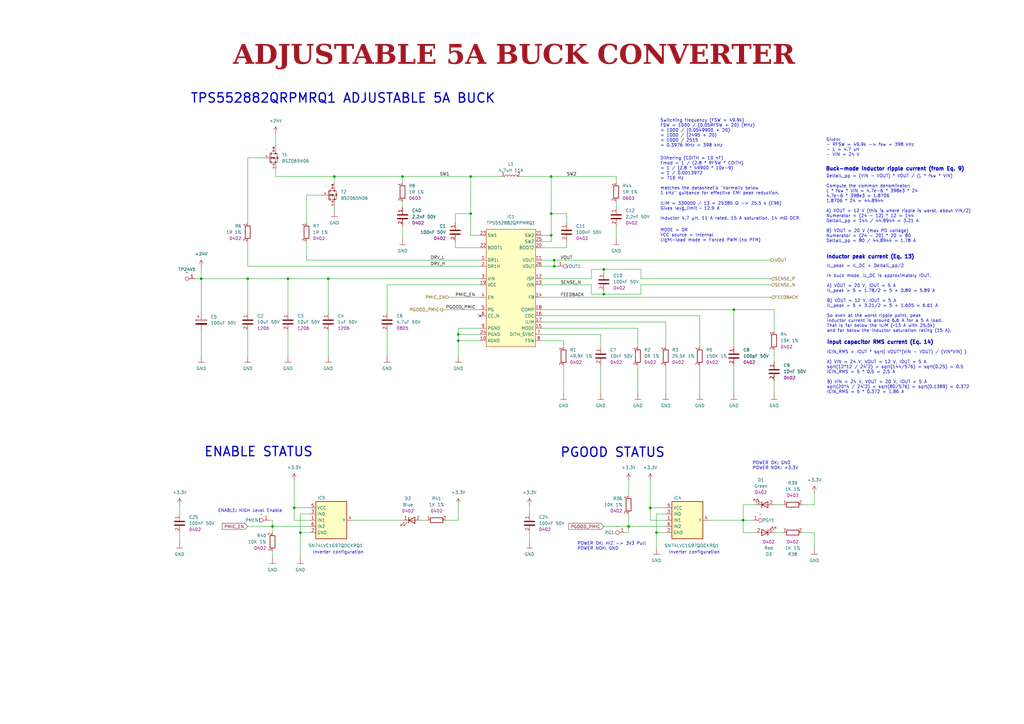
<source format=kicad_sch>
(kicad_sch (version 20250114) (generator "eeschema") (generator_version "9.0")
  (paper "A3")
  (title_block (title "Sheet Title A") (date "2025-01-12") (rev "1.0.0") (company "DvidMakesThings"))
  (text "ENABLE STATUS" (at 83.566 185.42 0) (effects (font (size 3.81 3.81) (thickness 0.508) (bold yes)) (justify left)))
  (text "ILIM = 330000 / 13 = 25385 Ω -> 25.5 k (E96)\nGives Iavg_limit ~ 12.9 A" (at 270.764 84.582 0) (effects (font (size 1.27 1.27)) (justify left)))
  (text "IL_peak = IL_DC + DeltaIL_pp/2\n\nIn buck mode, IL_DC is approximately IOUT.\n\nA) VOUT = 20 V, IOUT = 5 A\nIL_peak = 5 + 1.78/2 = 5 + 0.89 = 5.89 A\n\nB) VOUT = 12 V, IOUT = 5 A\nIL_peak = 5 + 3.21/2 = 5 + 1.605 = 6.61 A\n\nSo even at the worst ripple point, peak \ninductor current is around 6.6 A for a 5 A load. \nThat is far below the ILIM (~13 A with 25.5k) \nand far below the inductor saturation rating (15 A)." (at 339.09 122.428 0) (effects (font (size 1.27 1.27)) (justify left)))
  (text "Input capacitor RMS current (Eq. 14)" (at 339.09 140.462 0) (effects (font (size 1.524 1.524) (thickness 0.3556) (bold yes)) (justify left)))
  (text "POWER OK: GND\nPOWER NOK: +3.3V" (at 308.61 191.008 0) (effects (font (size 1.27 1.27)) (justify left)))
  (text "MODE = 0R\nVCC source = Internal\nLight-load mode = Forced PWM (no PFM)" (at 270.764 96.52 0) (effects (font (size 1.27 1.27)) (justify left)))
  (text "POWER OK: HIZ -> 3V3 Pull\nPOWER NOK: GND" (at 236.728 224.028 0) (effects (font (size 1.27 1.27)) (justify left)))
  (text "Inductor peak current (Eq. 13)" (at 338.836 105.41 0) (effects (font (size 1.524 1.524) (thickness 0.3556) (bold yes)) (justify left)))
  (text "DeltaIL_pp = (VIN - VOUT) * VOUT / (L * fsw * VIN)\n\nCompute the common denominator:\nL * fsw * VIN = 4.7e-6 * 398e3 * 24\n4.7e-6 * 398e3 = 1.8706\n1.8706 * 24 = 44.8944\n\nA) VOUT = 12 V (this is where ripple is worst, about VIN/2)\nNumerator = (24 - 12) * 12 = 144\nDeltaIL_pp = 144 / 44.8944 = 3.21 A\n\nB) VOUT = 20 V (max PD voltage)\nNumerator = (24 - 20) * 20 = 80\nDeltaIL_pp = 80 / 44.8944 = 1.78 A" (at 338.836 85.598 0) (effects (font (size 1.27 1.27)) (justify left)))
  (text "TPS552882QRPMRQ1 ADJUSTABLE 5A BUCK" (at 77.978 40.386 0) (effects (font (size 3.81 3.81) (thickness 0.508) (bold yes)) (justify left)))
  (text "Dithering (CDITH = 10 nF)\nFmod = 1 / (2.8 * RFSW * CDITH)\n= 1 / (2.8 * 49900 * 10e-9)\n= 1 / 0.0013972\n= 716 Hz\n\nmatches the datasheet's \"normally below \n1 kHz\" guidance for effective EMI peak reduction." (at 270.764 72.136 0) (effects (font (size 1.27 1.27)) (justify left)))
  (text "Inductor 4.7 µH, 11 A rated, 15 A saturation, 14 mΩ DCR." (at 270.764 89.662 0) (effects (font (size 1.27 1.27)) (justify left)))
  (text "ICIN_RMS = IOUT * sqrt( VOUT*(VIN - VOUT) / (VIN*VIN) )\n\nA) VIN = 24 V, VOUT = 12 V, IOUT = 5 A\nsqrt(12*12 / 24^2) = sqrt(144/576) = sqrt(0.25) = 0.5\nICIN_RMS = 5 * 0.5 = 2.5 A\n\nB) VIN = 24 V, VOUT = 20 V, IOUT = 5 A\nsqrt(20*4 / 24^2) = sqrt(80/576) = sqrt(0.1389) = 0.372\nICIN_RMS = 5 * 0.372 = 1.86 A" (at 339.09 152.654 0) (effects (font (size 1.27 1.27)) (justify left)))
  (text "Buck-mode inductor ripple current (from Eq. 9)" (at 338.582 69.342 0) (effects (font (size 1.524 1.524) (thickness 0.3556) (bold yes)) (justify left)))
  (text "PGOOD STATUS" (at 229.616 185.674 0) (effects (font (size 3.81 3.81) (thickness 0.508) (bold yes)) (justify left)))
  (text "Given:\n- RFSW = 49.9k -> fsw = 398 kHz\n- L = 4.7 uH\n- VIN = 24 V " (at 338.836 60.452 0) (effects (font (size 1.27 1.27)) (justify left)))
  (text "ENABLE: HIGH Level Enable" (at 89.408 209.55 0) (effects (font (size 1.27 1.27)) (justify left)))
  (text "Inverter configuration" (at 274.32 226.568 0) (effects (font (size 1.27 1.27)) (justify left)))
  (text "Inverter configuration" (at 128.27 226.568 0) (effects (font (size 1.27 1.27)) (justify left)))
  (text "Switching frequency (FSW = 49.9k)\nFSW = 1000 / (0.05RFSW + 20) (MHz)\n= 1000 / (0.0549900 + 20)\n= 1000 / (2495 + 20)\n= 1000 / 2515\n= 0.3976 MHz = 398 kHz" (at 270.764 54.61 0) (effects (font (size 1.27 1.27)) (justify left)))
  (text_box "ADJUSTABLE 5A BUCK CONVERTER" (at 13.97 16.51 0) (size 393.7 12.7) (margins 4.4999 4.4999 4.4999 4.4999) (stroke (width -0.0001)) (effects (font (size 7.9756 7.9756) (thickness 1.2) (bold yes))))
  (junction (at 137.16 72.39))
  (junction (at 187.96 137.16))
  (junction (at 165.1 72.39))
  (junction (at 247.65 120.65))
  (junction (at 120.65 208.28))
  (junction (at 193.04 72.39))
  (junction (at 123.19 218.44))
  (junction (at 134.62 114.3))
  (junction (at 266.7 208.28))
  (junction (at 227.33 109.22))
  (junction (at 304.8 213.36))
  (junction (at 226.06 87.63))
  (junction (at 247.65 110.49))
  (junction (at 82.55 114.3))
  (junction (at 101.6 114.3))
  (junction (at 257.81 215.9))
  (junction (at 269.24 218.44))
  (junction (at 226.06 72.39))
  (junction (at 118.11 114.3))
  (junction (at 226.06 96.52))
  (junction (at 187.96 139.7))
  (junction (at 111.76 215.9))
  (junction (at 193.04 87.63))
  (junction (at 227.33 106.68))
  (junction (at 300.99 127))
  (no_connect (at 196.85 129.54))
  (wire (pts (xy 186.69 101.6) (xy 186.69 99.06)))
  (wire (pts (xy 196.85 134.62) (xy 187.96 134.62)))
  (wire (pts (xy 266.7 208.28) (xy 273.05 208.28)))
  (wire (pts (xy 101.6 64.77) (xy 107.95 64.77)))
  (wire (pts (xy 247.65 120.65) (xy 247.65 119.38)))
  (wire (pts (xy 101.6 109.22) (xy 196.85 109.22)))
  (wire (pts (xy 165.1 72.39) (xy 165.1 74.93)))
  (wire (pts (xy 273.05 218.44) (xy 269.24 218.44)))
  (wire (pts (xy 252.73 74.93) (xy 252.73 72.39)))
  (wire (pts (xy 304.8 207.01) (xy 304.8 213.36)))
  (wire (pts (xy 261.62 134.62) (xy 261.62 142.24)))
  (wire (pts (xy 242.57 120.65) (xy 247.65 120.65)))
  (wire (pts (xy 217.17 222.25) (xy 217.17 218.44)))
  (wire (pts (xy 222.25 96.52) (xy 226.06 96.52)))
  (wire (pts (xy 247.65 215.9) (xy 257.81 215.9)))
  (wire (pts (xy 213.36 72.39) (xy 226.06 72.39)))
  (wire (pts (xy 110.49 213.36) (xy 111.76 213.36)))
  (wire (pts (xy 242.57 110.49) (xy 247.65 110.49)))
  (wire (pts (xy 120.65 208.28) (xy 127 208.28)))
  (wire (pts (xy 165.1 85.09) (xy 165.1 82.55)))
  (wire (pts (xy 266.7 213.36) (xy 266.7 208.28)))
  (wire (pts (xy 123.19 210.82) (xy 123.19 218.44)))
  (wire (pts (xy 125.73 106.68) (xy 125.73 99.06)))
  (wire (pts (xy 328.93 207.01) (xy 334.01 207.01)))
  (wire (pts (xy 246.38 137.16) (xy 246.38 142.24)))
  (wire (pts (xy 304.8 213.36) (xy 308.61 213.36)))
  (wire (pts (xy 82.55 114.3) (xy 82.55 109.22)))
  (wire (pts (xy 232.41 101.6) (xy 232.41 99.06)))
  (wire (pts (xy 287.02 129.54) (xy 287.02 142.24)))
  (wire (pts (xy 120.65 213.36) (xy 120.65 208.28)))
  (wire (pts (xy 222.25 121.92) (xy 316.23 121.92)))
  (wire (pts (xy 222.25 101.6) (xy 232.41 101.6)))
  (wire (pts (xy 165.1 72.39) (xy 137.16 72.39)))
  (wire (pts (xy 127 213.36) (xy 120.65 213.36)))
  (wire (pts (xy 187.96 139.7) (xy 196.85 139.7)))
  (wire (pts (xy 287.02 161.29) (xy 287.02 149.86)))
  (wire (pts (xy 193.04 87.63) (xy 193.04 96.52)))
  (wire (pts (xy 101.6 114.3) (xy 101.6 128.27)))
  (wire (pts (xy 187.96 134.62) (xy 187.96 137.16)))
  (wire (pts (xy 125.73 80.01) (xy 125.73 91.44)))
  (wire (pts (xy 328.93 218.44) (xy 334.01 218.44)))
  (wire (pts (xy 82.55 146.05) (xy 82.55 135.89)))
  (wire (pts (xy 334.01 207.01) (xy 334.01 201.93)))
  (wire (pts (xy 262.89 114.3) (xy 316.23 114.3)))
  (wire (pts (xy 247.65 110.49) (xy 262.89 110.49)))
  (wire (pts (xy 73.66 207.01) (xy 73.66 210.82)))
  (wire (pts (xy 158.75 146.05) (xy 158.75 135.89)))
  (wire (pts (xy 196.85 106.68) (xy 125.73 106.68)))
  (wire (pts (xy 111.76 228.6) (xy 111.76 226.06)))
  (wire (pts (xy 222.25 127) (xy 300.99 127)))
  (wire (pts (xy 232.41 91.44) (xy 232.41 87.63)))
  (wire (pts (xy 227.33 109.22) (xy 228.6 109.22)))
  (wire (pts (xy 257.81 196.85) (xy 257.81 203.2)))
  (wire (pts (xy 222.25 114.3) (xy 242.57 114.3)))
  (wire (pts (xy 193.04 72.39) (xy 205.74 72.39)))
  (wire (pts (xy 300.99 127) (xy 300.99 142.24)))
  (wire (pts (xy 317.5 156.21) (xy 317.5 161.29)))
  (wire (pts (xy 262.89 120.65) (xy 262.89 116.84)))
  (wire (pts (xy 309.88 218.44) (xy 304.8 218.44)))
  (wire (pts (xy 118.11 146.05) (xy 118.11 135.89)))
  (wire (pts (xy 247.65 120.65) (xy 262.89 120.65)))
  (wire (pts (xy 111.76 215.9) (xy 127 215.9)))
  (wire (pts (xy 252.73 72.39) (xy 226.06 72.39)))
  (wire (pts (xy 222.25 137.16) (xy 246.38 137.16)))
  (wire (pts (xy 186.69 91.44) (xy 186.69 87.63)))
  (wire (pts (xy 227.33 106.68) (xy 316.23 106.68)))
  (wire (pts (xy 73.66 222.25) (xy 73.66 218.44)))
  (wire (pts (xy 232.41 87.63) (xy 226.06 87.63)))
  (wire (pts (xy 184.15 121.92) (xy 196.85 121.92)))
  (wire (pts (xy 290.83 213.36) (xy 304.8 213.36)))
  (wire (pts (xy 187.96 139.7) (xy 187.96 146.05)))
  (wire (pts (xy 226.06 87.63) (xy 226.06 96.52)))
  (wire (pts (xy 113.03 54.61) (xy 113.03 59.69)))
  (wire (pts (xy 196.85 96.52) (xy 193.04 96.52)))
  (wire (pts (xy 132.08 80.01) (xy 125.73 80.01)))
  (wire (pts (xy 222.25 109.22) (xy 227.33 109.22)))
  (wire (pts (xy 175.26 213.36) (xy 172.72 213.36)))
  (wire (pts (xy 321.31 218.44) (xy 317.5 218.44)))
  (wire (pts (xy 187.96 213.36) (xy 187.96 207.01)))
  (wire (pts (xy 309.88 207.01) (xy 304.8 207.01)))
  (wire (pts (xy 269.24 218.44) (xy 269.24 224.79)))
  (wire (pts (xy 217.17 207.01) (xy 217.17 210.82)))
  (wire (pts (xy 262.89 110.49) (xy 262.89 114.3)))
  (wire (pts (xy 273.05 132.08) (xy 273.05 142.24)))
  (wire (pts (xy 82.55 114.3) (xy 101.6 114.3)))
  (wire (pts (xy 261.62 161.29) (xy 261.62 149.86)))
  (wire (pts (xy 118.11 114.3) (xy 118.11 128.27)))
  (wire (pts (xy 257.81 218.44) (xy 257.81 215.9)))
  (wire (pts (xy 304.8 213.36) (xy 304.8 218.44)))
  (wire (pts (xy 118.11 114.3) (xy 134.62 114.3)))
  (wire (pts (xy 273.05 213.36) (xy 266.7 213.36)))
  (wire (pts (xy 266.7 196.85) (xy 266.7 208.28)))
  (wire (pts (xy 113.03 69.85) (xy 113.03 72.39)))
  (wire (pts (xy 317.5 127) (xy 300.99 127)))
  (wire (pts (xy 222.25 134.62) (xy 261.62 134.62)))
  (wire (pts (xy 80.01 114.3) (xy 82.55 114.3)))
  (wire (pts (xy 101.6 91.44) (xy 101.6 64.77)))
  (wire (pts (xy 181.61 127) (xy 196.85 127)))
  (wire (pts (xy 101.6 99.06) (xy 101.6 109.22)))
  (wire (pts (xy 158.75 116.84) (xy 158.75 128.27)))
  (wire (pts (xy 187.96 137.16) (xy 196.85 137.16)))
  (wire (pts (xy 196.85 101.6) (xy 186.69 101.6)))
  (wire (pts (xy 300.99 149.86) (xy 300.99 161.29)))
  (wire (pts (xy 82.55 128.27) (xy 82.55 114.3)))
  (wire (pts (xy 227.33 109.22) (xy 227.33 106.68)))
  (wire (pts (xy 101.6 146.05) (xy 101.6 135.89)))
  (wire (pts (xy 317.5 148.59) (xy 317.5 143.51)))
  (wire (pts (xy 187.96 137.16) (xy 187.96 139.7)))
  (wire (pts (xy 252.73 97.79) (xy 252.73 92.71)))
  (wire (pts (xy 111.76 213.36) (xy 111.76 215.9)))
  (wire (pts (xy 273.05 161.29) (xy 273.05 149.86)))
  (wire (pts (xy 127 210.82) (xy 123.19 210.82)))
  (wire (pts (xy 222.25 132.08) (xy 273.05 132.08)))
  (wire (pts (xy 269.24 210.82) (xy 269.24 218.44)))
  (wire (pts (xy 113.03 72.39) (xy 137.16 72.39)))
  (wire (pts (xy 317.5 135.89) (xy 317.5 127)))
  (wire (pts (xy 321.31 207.01) (xy 317.5 207.01)))
  (wire (pts (xy 193.04 72.39) (xy 193.04 87.63)))
  (wire (pts (xy 242.57 116.84) (xy 242.57 120.65)))
  (wire (pts (xy 165.1 97.79) (xy 165.1 92.71)))
  (wire (pts (xy 226.06 96.52) (xy 226.06 99.06)))
  (wire (pts (xy 186.69 87.63) (xy 193.04 87.63)))
  (wire (pts (xy 257.81 215.9) (xy 273.05 215.9)))
  (wire (pts (xy 247.65 110.49) (xy 247.65 111.76)))
  (wire (pts (xy 256.54 218.44) (xy 257.81 218.44)))
  (wire (pts (xy 257.81 210.82) (xy 257.81 215.9)))
  (wire (pts (xy 252.73 85.09) (xy 252.73 82.55)))
  (wire (pts (xy 137.16 86.36) (xy 137.16 85.09)))
  (wire (pts (xy 182.88 213.36) (xy 187.96 213.36)))
  (wire (pts (xy 134.62 114.3) (xy 196.85 114.3)))
  (wire (pts (xy 334.01 218.44) (xy 334.01 224.79)))
  (wire (pts (xy 144.78 213.36) (xy 165.1 213.36)))
  (wire (pts (xy 226.06 72.39) (xy 226.06 87.63)))
  (wire (pts (xy 222.25 106.68) (xy 227.33 106.68)))
  (wire (pts (xy 222.25 99.06) (xy 226.06 99.06)))
  (wire (pts (xy 222.25 129.54) (xy 287.02 129.54)))
  (wire (pts (xy 273.05 210.82) (xy 269.24 210.82)))
  (wire (pts (xy 120.65 196.85) (xy 120.65 208.28)))
  (wire (pts (xy 246.38 161.29) (xy 246.38 149.86)))
  (wire (pts (xy 222.25 139.7) (xy 231.14 139.7)))
  (wire (pts (xy 111.76 218.44) (xy 111.76 215.9)))
  (wire (pts (xy 158.75 116.84) (xy 196.85 116.84)))
  (wire (pts (xy 222.25 116.84) (xy 242.57 116.84)))
  (wire (pts (xy 231.14 139.7) (xy 231.14 142.24)))
  (wire (pts (xy 193.04 72.39) (xy 165.1 72.39)))
  (wire (pts (xy 231.14 161.29) (xy 231.14 149.86)))
  (wire (pts (xy 242.57 110.49) (xy 242.57 114.3)))
  (wire (pts (xy 123.19 218.44) (xy 123.19 228.6)))
  (wire (pts (xy 127 218.44) (xy 123.19 218.44)))
  (wire (pts (xy 134.62 114.3) (xy 134.62 128.27)))
  (wire (pts (xy 101.6 114.3) (xy 118.11 114.3)))
  (wire (pts (xy 134.62 146.05) (xy 134.62 135.89)))
  (wire (pts (xy 262.89 116.84) (xy 316.23 116.84)))
  (wire (pts (xy 137.16 72.39) (xy 137.16 74.93)))
  (wire (pts (xy 101.6 215.9) (xy 111.76 215.9)))
  (label "FEEDBACK" (at 229.87 121.92 0))
  (label "DRV_H" (at 176.53 109.22 0))
  (label "SW2" (at 232.41 72.39 0))
  (label "SW1" (at 180.34 72.39 0))
  (label "VOUT" (at 229.87 106.68 0))
  (label "PMIC_EN" (at 186.69 121.92 0))
  (label "DRV_L" (at 176.53 106.68 0))
  (label "SENSE_N" (at 229.87 116.84 0))
  (label "PGOOD_PMIC" (at 182.88 127 0))
  (global_label "PGOOD_PMIC" (shape input) (at 247.65 215.9 180) (property "Intersheetrefs" "${INTERSHEET_REFS}" (effects (hide yes))))
  (global_label "PMIC_EN" (shape input) (at 101.6 215.9 180) (property "Intersheetrefs" "${INTERSHEET_REFS}" (effects (hide yes))))
  (hierarchical_label "PMIC_EN" (shape input) (at 184.15 121.92 180))
  (hierarchical_label "FEEDBACK" (shape input) (at 316.23 121.92 0))
  (hierarchical_label "VOUT" (shape output) (at 316.23 106.68 0))
  (hierarchical_label "SENSE_N" (shape input) (at 316.23 116.84 0))
  (hierarchical_label "SENSE_P" (shape input) (at 316.23 114.3 0))
  (hierarchical_label "PGOOD_PMIC" (shape output) (at 181.61 127 180))
  (symbol (lib_id "DS_Capacitor_0805:4.7uF 50V 0805") (at 158.75 132.08 0) (unit 1)
    (property "Reference" "C6" (at 162.56 129.5399 0) (effects (justify left)))
    (property "Value" "4.7uF 50V" (at 162.56 132.0799 0) (effects (justify left)))
    (property "Footprint" "Capacitor_SMD:C_0805_2012Metric" (effects (hide yes)))
    (property "Datasheet" "https://jlcpcb.com/api/file/downloadByFileSystemAccessId/8586178946207789056" (effects (hide yes)))
    (property "Description" "4.7uF 50V X5R ±10% 0805 Multilayer Ceramic Capacitors MLCC - SMD/SMT ROHS" (effects (hide yes)))
    (property "FOOTPRINT_SHORT" "0805" (at 162.56 134.6199 0) (effects (justify left)))
    (property "ROHS" "YES" (effects (hide yes)))
    (property "LCSC_PART" "C98192" (effects (hide yes)))
    (property "MFR" "Samsung Electro-Mechanics" (effects (hide yes)))
    (property "MPN" "CL21A475KBQNNNE" (effects (hide yes)))
  )
  (symbol (lib_id "DS_Peripherals:SN74LVC1G97QDCKRQ1") (at 135.89 213.36 0) (unit 1)
    (property "Reference" "IC5" (at 131.826 204.216 0))
    (property "Value" "SN74LVC1G97QDCKRQ1" (at 137.668 223.774 0))
    (property "Footprint" "DS_Peripherals:SOT-363_SC-70-6" (effects (hide yes)))
    (property "Datasheet" "https://www.ti.com/general/docs/suppproductinfo.tsp?distId=10&gotoUrl=https%3A%2F%2Fwww.ti.com%2Flit%2Fgpn%2Fsn74lvc1g97-q1" (effects (hide yes)))
    (property "Description" "Configurable Multiple Function Configurable 1 Circuit 3 Input SC-70-6" (effects (hide yes)))
    (property "MPN" "SN74LVC1G97QDCKRQ1" (effects (hide yes)))
    (property "MFR" "Texas Instruments" (effects (hide yes)))
    (property "LCSC_PART" "C179911" (effects (hide yes)))
    (property "DIST1" "https://www.digikey.de/en/products/detail/texas-instruments/sn74lvc1g97qdckrq1/716453" (effects (hide yes)))
    (property "ROHS" "YES" (effects (hide yes)))
  )
  (symbol (lib_id "DS_Resistor_0402:15K 1% 0402") (at 317.5 139.7 0) (unit 1)
    (property "Reference" "R4" (at 320.04 137.1599 0) (effects (justify left)))
    (property "Value" "15K 1%" (at 320.04 139.6999 0) (effects (justify left)))
    (property "Footprint" "Resistor_SMD:R_0402_1005Metric" (effects (hide yes)))
    (property "Description" "62.5mW Thick Film Resistors 50V ±100ppm/℃ ±1% 15kΩ 0402 Chip Resistor - Surface Mount ROHS" (effects (hide yes)))
    (property "LCSC_PART" "C25756" (effects (hide yes)))
    (property "ROHS" "YES" (effects (hide yes)))
    (property "FOOTPRINT_SHORT" "0402" (at 320.04 142.2399 0) (effects (justify left)))
  )
  (symbol (lib_id "DS_Inductor:4.7uH 11A") (at 209.55 72.39 0) (unit 1)
    (property "Reference" "L1" (at 209.55 67.31 0))
    (property "Value" "4.7uH 11A" (at 209.55 69.85 0))
    (property "Footprint" "DS_Inductor:L_11.5x10.0mm" (effects (hide yes)))
    (property "Datasheet" "https://products.sumida.com/products/pdf/CDRH127.pdf" (effects (hide yes)))
    (property "Description" "11A 14mΩ 15A 4.7uH Molded Inductor ±20% SMD,11.5x10mm Power Inductors ROHS" (effects (hide yes)))
    (property "LCSC_PART" "C5359261" (effects (hide yes)))
    (property "ROHS" "YES" (effects (hide yes)))
    (property "MPN" "CDRH127NP-4R7NC" (effects (hide yes)))
    (property "MFR" "Changjiang Microelectronics Tech" (effects (hide yes)))
  )
  (symbol (lib_id "DS_Resistor_0402:10K 1% 0402") (at 257.81 207.01 0) (mirror y) (unit 1)
    (property "Reference" "R36" (at 255.27 204.4699 0) (effects (justify left)))
    (property "Value" "10K 1%" (at 255.27 207.0099 0) (effects (justify left)))
    (property "Footprint" "Resistor_SMD:R_0402_1005Metric" (effects (hide yes)))
    (property "Description" "62.5mW Thick Film Resistors 50V ±100ppm/℃ ±1% 10kΩ 0402 Chip Resistor - Surface Mount ROHS" (effects (hide yes)))
    (property "LCSC_PART" "C25744" (effects (hide yes)))
    (property "ROHS" "YES" (effects (hide yes)))
    (property "FOOTPRINT_SHORT" "0402" (at 255.27 209.5499 0) (effects (justify left)))
    (property "MFR" "ROHM" (effects (hide yes)))
  )
  (symbol (lib_id "DS_Resistor_0402:0R 1% 0402") (at 261.62 146.05 0) (unit 1)
    (property "Reference" "R2" (at 264.16 143.5099 0) (effects (justify left)))
    (property "Value" "0R 1%" (at 264.16 146.0499 0) (effects (justify left)))
    (property "Footprint" "Resistor_SMD:R_0402_1005Metric" (effects (hide yes)))
    (property "Description" "62.5mW Thick Film Resistors 50V ±800ppm/℃ ±1% 0Ω 0402 Chip Resistor - Surface Mount ROHS" (effects (hide yes)))
    (property "LCSC_PART" "C17168" (effects (hide yes)))
    (property "ROHS" "YES" (effects (hide yes)))
    (property "FOOTPRINT_SHORT" "0402" (at 264.16 148.5899 0) (effects (justify left)))
    (property "MFR" "YAGEO" (effects (hide yes)))
  )
  (symbol (lib_id "DS_Capacitor_0402:100pF 50V 0402") (at 300.99 146.05 0) (unit 1)
    (property "Reference" "C8" (at 304.8 143.5099 0) (effects (justify left)))
    (property "Value" "100pF 50V" (at 304.8 146.0499 0) (effects (justify left)))
    (property "Footprint" "Capacitor_SMD:C_0402_1005Metric" (effects (hide yes)))
    (property "Datasheet" "https://jlcpcb.com/api/file/downloadByFileSystemAccessId/8588894399938248704" (effects (hide yes)))
    (property "Description" "100pF 50V X7R ±10% 0402 Multilayer Ceramic Capacitors MLCC - SMD/SMT ROHS" (effects (hide yes)))
    (property "FOOTPRINT_SHORT" "0402" (at 304.8 148.5899 0) (effects (justify left)))
    (property "ROHS" "YES" (effects (hide yes)))
    (property "LCSC_PART" "C281751" (effects (hide yes)))
    (property "MFR" "YAGEO" (effects (hide yes)))
    (property "MPN" "CC0402KRX7R9BB101" (effects (hide yes)))
  )
  (symbol (lib_id "DS_Supply:GND") (at 261.62 161.29 0) (unit 1)
    (property "Reference" "#PWR10" (effects (hide yes)))
    (property "Value" "GND" (at 261.62 166.37 0))
    (property "Description" "Power symbol creates a global label with name \"GND\" , ground" (effects (hide yes)))
  )
  (symbol (lib_id "DS_Supply:GND") (at 118.11 146.05 0) (unit 1)
    (property "Reference" "#PWR5" (effects (hide yes)))
    (property "Value" "GND" (at 118.11 151.13 0))
    (property "Description" "Power symbol creates a global label with name \"GND\" , ground" (effects (hide yes)))
  )
  (symbol (lib_id "DS_Resistor_0402:1R 1% 0402") (at 125.73 95.25 0) (unit 1)
    (property "Reference" "R7" (at 128.27 92.7099 0) (effects (justify left)))
    (property "Value" "1R 1%" (at 128.27 95.2499 0) (effects (justify left)))
    (property "Footprint" "Resistor_SMD:R_0402_1005Metric" (effects (hide yes)))
    (property "Datasheet" "https://jlcpcb.com/api/file/downloadByFileSystemAccessId/8588903265874956288" (effects (hide yes)))
    (property "Description" "Chip Resistors 0402 1Ω ±1% 1/16W ±200ppm/℃" (effects (hide yes)))
    (property "LCSC_PART" "C185446" (effects (hide yes)))
    (property "ROHS" "YES" (effects (hide yes)))
    (property "FOOTPRINT_SHORT" "0402" (at 128.27 97.7899 0) (effects (justify left)))
    (property "MFR" "RALEC" (effects (hide yes)))
    (property "MPN" "RC0402FR-071RL" (effects (hide yes)))
  )
  (symbol (lib_id "DS_Capacitor_0402:100nF 50V 0402") (at 232.41 95.25 0) (unit 1)
    (property "Reference" "C11" (at 236.22 92.7099 0) (effects (justify left)))
    (property "Value" "100nF 50V" (at 236.22 95.2499 0) (effects (justify left)))
    (property "Footprint" "Capacitor_SMD:C_0402_1005Metric" (effects (hide yes)))
    (property "Description" "50V 100nF X7R ±10% 0402 Multilayer Ceramic Capacitors MLCC - SMD/SMT ROHS" (effects (hide yes)))
    (property "FOOTPRINT_SHORT" "0402" (at 236.22 97.7899 0) (effects (justify left)))
    (property "ROHS" "YES" (effects (hide yes)))
    (property "LCSC_PART" "C307331" (effects (hide yes)))
  )
  (symbol (lib_id "DS_Capacitor_0402:10nF 50V 0402") (at 317.5 152.4 0) (unit 1)
    (property "Reference" "C9" (at 321.31 149.8599 0) (effects (justify left)))
    (property "Value" "10nF 50V" (at 321.31 152.3999 0) (effects (justify left)))
    (property "Footprint" "Capacitor_SMD:C_0402_1005Metric" (effects (hide yes)))
    (property "Description" "50V 10nF X7R ±10% 0402 Multilayer Ceramic Capacitors MLCC - SMD/SMT ROHS" (effects (hide yes)))
    (property "FOOTPRINT_SHORT" "0402" (at 321.31 154.9399 0) (effects (justify left)))
    (property "ROHS" "YES" (effects (hide yes)))
    (property "LCSC_PART" "C60133" (effects (hide yes)))
  )
  (symbol (lib_id "DS_Resistor_0603:1R 1% 0603") (at 165.1 78.74 0) (unit 1)
    (property "Reference" "R8" (at 167.64 76.1999 0) (effects (justify left)))
    (property "Value" "1R 1%" (at 167.64 78.7399 0) (effects (justify left)))
    (property "Footprint" "Resistor_SMD:R_0603_1608Metric" (effects (hide yes)))
    (property "Description" "Chip Resistors 0603 1Ω ±1% 1/10W ±200ppm/℃" (effects (hide yes)))
    (property "ROHS" "YES" (effects (hide yes)))
    (property "FOOTPRINT_SHORT" "0603" (at 167.64 81.2799 0) (effects (justify left)))
    (property "MFR" "RALEC" (effects (hide yes)))
  )
  (symbol (lib_id "DS_Supply:GND") (at 246.38 161.29 0) (unit 1)
    (property "Reference" "#PWR9" (effects (hide yes)))
    (property "Value" "GND" (at 246.38 166.37 0))
    (property "Description" "Power symbol creates a global label with name \"GND\" , ground" (effects (hide yes)))
  )
  (symbol (lib_id "DS_Resistor_0402:150K 1% 0402") (at 287.02 146.05 0) (unit 1)
    (property "Reference" "R5" (at 289.56 143.5099 0) (effects (justify left)))
    (property "Value" "150K 1%" (at 289.56 146.0499 0) (effects (justify left)))
    (property "Footprint" "Resistor_SMD:R_0402_1005Metric" (effects (hide yes)))
    (property "Datasheet" "https://jlcpcb.com/api/file/downloadByFileSystemAccessId/8590207640509837312" (effects (hide yes)))
    (property "Description" "150kΩ 50V 62.5mW Thick Film Resistor ±1% ±100ppm/°C 0402 Chip Resistor - Surface Mount ROHS" (effects (hide yes)))
    (property "LCSC_PART" "C2909320" (effects (hide yes)))
    (property "ROHS" "YES" (effects (hide yes)))
    (property "FOOTPRINT_SHORT" "0402" (at 289.56 148.5899 0) (effects (justify left)))
    (property "MFR" "FOJAN" (effects (hide yes)))
    (property "MPN" "FRC0402F1503TS" (effects (hide yes)))
  )
  (symbol (lib_id "DS_Test:Test_Point") (at 229.87 109.22 270) (mirror x) (unit 1)
    (property "Reference" "VOUT1" (at 235.204 109.22 90))
    (property "Value" "~" (at 231.902 106.68 90))
    (property "Footprint" "DS_Test:TestPoint_0.6mm" (effects (hide yes)))
  )
  (symbol (lib_id "DS_Peripherals:SN74LVC1G97QDCKRQ1") (at 281.94 213.36 0) (unit 1)
    (property "Reference" "IC4" (at 277.876 204.216 0))
    (property "Value" "SN74LVC1G97QDCKRQ1" (at 283.718 223.774 0))
    (property "Footprint" "DS_Peripherals:SOT-363_SC-70-6" (effects (hide yes)))
    (property "Datasheet" "https://www.ti.com/general/docs/suppproductinfo.tsp?distId=10&gotoUrl=https%3A%2F%2Fwww.ti.com%2Flit%2Fgpn%2Fsn74lvc1g97-q1" (effects (hide yes)))
    (property "Description" "Configurable Multiple Function Configurable 1 Circuit 3 Input SC-70-6" (effects (hide yes)))
    (property "MPN" "SN74LVC1G97QDCKRQ1" (effects (hide yes)))
    (property "MFR" "Texas Instruments" (effects (hide yes)))
    (property "LCSC_PART" "C179911" (effects (hide yes)))
    (property "DIST1" "https://www.digikey.de/en/products/detail/texas-instruments/sn74lvc1g97qdckrq1/716453" (effects (hide yes)))
    (property "ROHS" "YES" (effects (hide yes)))
  )
  (symbol (lib_id "DS_FET:BSZ065N06") (at 113.03 64.77 0) (unit 1)
    (property "Reference" "T1" (at 115.57 63.4999 0) (effects (justify left)))
    (property "Value" "BSZ065N06" (at 115.57 66.0399 0) (effects (justify left)))
    (property "Footprint" "DS_FET:TSDSON-8" (effects (hide yes)))
    (property "Datasheet" "https://www.infineon.com/assets/row/public/documents/24/49/infineon-bsz065n06ls5-datasheet-en.pdf" (effects (hide yes)))
    (property "Description" "N-Channel 60 V 40A (Tc) 46W (Tc) Surface Mount PG-TSDSON-8-FL" (effects (hide yes)))
    (property "ROHS" "YES" (effects (hide yes)))
    (property "LCSC_PART" "C6755420" (effects (hide yes)))
    (property "MPN" "BSZ065N06LS5ATMA1" (effects (hide yes)))
    (property "MFR" "Infineon Technologies" (effects (hide yes)))
    (property "DIST1" "https://www.digikey.at/en/products/detail/infineon-technologies/BSZ065N06LS5ATMA1/6599581?s=N4IgTCBcDaIEIGUBaAGAbAVgHLpAXQF8g" (effects (hide yes)))
  )
  (symbol (lib_id "DS_Capacitor_ELKO:100uF 50V") (at 82.55 132.08 0) (unit 1)
    (property "Reference" "C5" (at 86.36 129.9209 0) (effects (justify left)))
    (property "Value" "100uF 50V" (at 86.36 132.4609 0) (effects (justify left)))
    (property "Footprint" "DS_Capacitor:C_Elec_6.3x7.7" (effects (hide yes)))
    (property "Datasheet" "https://jlcpcb.com/api/file/downloadByFileSystemAccessId/8555567821597212672" (effects (hide yes)))
    (property "Description" "100uF 2000hrs@105℃ 50V 6.3mm 7.7mm ±20% SMD,D6.3xL7.7mm Aluminum Electrolytic Capacitors - SMD ROHS" (effects (hide yes)))
    (property "MPN" "RVT1H101M0607" (effects (hide yes)))
    (property "MFR" "ROQANG" (effects (hide yes)))
    (property "ROHS" "YES" (effects (hide yes)))
    (property "LCSC_PART" "C3151829" (effects (hide yes)))
    (property "LCSC_PRICE" "EUR 0.0597" (effects (hide yes)))
  )
  (symbol (lib_id "DS_Opto:Green_0402") (at 313.69 207.01 0) (mirror x) (unit 1)
    (property "Reference" "D1" (at 312.1025 196.85 0))
    (property "Value" "Green" (at 312.1025 199.39 0))
    (property "Footprint" "LED_SMD:LED_0402_1005Metric" (effects (hide yes)))
    (property "Datasheet" "https://jlcpcb.com/api/file/downloadByFileSystemAccessId/8588919245081731072" (effects (hide yes)))
    (property "Description" "-40℃~+85℃ 120° 249mcd 25mA 3V 516nm~531nm 531nm 80mW Emerald Green Top-mount Water Clear 0402 LED Indication - Discrete ROHS" (effects (hide yes)))
    (property "MPN" "XL-1005UGC" (effects (hide yes)))
    (property "MFR" "XINGLIGHT" (effects (hide yes)))
    (property "LCSC_PART" "C965793" (effects (hide yes)))
    (property "ROHS" "YES" (effects (hide yes)))
    (property "Size" "0402" (at 312.1025 201.93 0))
  )
  (symbol (lib_id "DS_Resistor_0402:25.5K 1% 0402") (at 273.05 146.05 0) (unit 1)
    (property "Reference" "R3" (at 275.59 143.5099 0) (effects (justify left)))
    (property "Value" "25.5K 1%" (at 275.59 146.0499 0) (effects (justify left)))
    (property "Footprint" "Resistor_SMD:R_0402_1005Metric" (effects (hide yes)))
    (property "Description" "-55℃~+155℃ 25.5kΩ 50V 62.5mW Thick Film Resistor ±1% ±100ppm/℃ 0402 Chip Resistor - Surface Mount ROHS" (effects (hide yes)))
    (property "LCSC_PART" "C26970" (effects (hide yes)))
    (property "ROHS" "YES" (effects (hide yes)))
    (property "FOOTPRINT_SHORT" "0402" (at 275.59 148.5899 0) (effects (justify left)))
    (property "MFR" "UNI-ROYAL" (effects (hide yes)))
  )
  (symbol (lib_id "DS_Capacitor_1206:1uF 50V 1206") (at 134.62 132.08 0) (unit 1)
    (property "Reference" "C4" (at 138.43 129.5399 0) (effects (justify left)))
    (property "Value" "1uF 50V" (at 138.43 132.0799 0) (effects (justify left)))
    (property "Footprint" "Capacitor_SMD:C_1206_3216Metric" (effects (hide yes)))
    (property "Datasheet" "https://jlcpcb.com/api/file/downloadByFileSystemAccessId/8588919304821202944" (effects (hide yes)))
    (property "Description" "1uF 50V X7R ±10% 1206 Multilayer Ceramic Capacitors MLCC - SMD/SMT ROHS" (effects (hide yes)))
    (property "FOOTPRINT_SHORT" "1206" (at 138.43 134.6199 0) (effects (justify left)))
    (property "ROHS" "YES" (effects (hide yes)))
    (property "LCSC_PART" "C90539" (effects (hide yes)))
    (property "MFR" "FH " (effects (hide yes)))
    (property "MPN" "1206B105K500NT" (effects (hide yes)))
  )
  (symbol (lib_id "DS_Capacitor_0402:100nF 50V 0402") (at 73.66 214.63 0) (unit 1)
    (property "Reference" "C25" (at 77.47 212.0899 0) (effects (justify left)))
    (property "Value" "100nF 50V" (at 77.47 214.6299 0) (effects (justify left)))
    (property "Footprint" "Capacitor_SMD:C_0402_1005Metric" (effects (hide yes)))
    (property "Description" "50V 100nF X7R ±10% 0402 Multilayer Ceramic Capacitors MLCC - SMD/SMT ROHS" (effects (hide yes)))
    (property "FOOTPRINT_SHORT" "0402" (at 77.47 217.1699 0) (effects (justify left)))
    (property "ROHS" "YES" (effects (hide yes)))
    (property "LCSC_PART" "C307331" (effects (hide yes)))
  )
  (symbol (lib_id "DS_Supply:GND") (at 82.55 146.05 0) (unit 1)
    (property "Reference" "#PWR7" (effects (hide yes)))
    (property "Value" "GND" (at 82.55 151.13 0))
    (property "Description" "Power symbol creates a global label with name \"GND\" , ground" (effects (hide yes)))
  )
  (symbol (lib_id "DS_FET:BSZ065N06") (at 137.16 80.01 0) (unit 1)
    (property "Reference" "T2" (at 139.7 78.7399 0) (effects (justify left)))
    (property "Value" "BSZ065N06" (at 139.7 81.2799 0) (effects (justify left)))
    (property "Footprint" "DS_FET:TSDSON-8" (effects (hide yes)))
    (property "Datasheet" "https://www.infineon.com/assets/row/public/documents/24/49/infineon-bsz065n06ls5-datasheet-en.pdf" (effects (hide yes)))
    (property "Description" "N-Channel 60 V 40A (Tc) 46W (Tc) Surface Mount PG-TSDSON-8-FL" (effects (hide yes)))
    (property "ROHS" "YES" (effects (hide yes)))
    (property "LCSC_PART" "C6755420" (effects (hide yes)))
    (property "MPN" "BSZ065N06LS5ATMA1" (effects (hide yes)))
    (property "MFR" "Infineon Technologies" (effects (hide yes)))
    (property "DIST1" "https://www.digikey.at/en/products/detail/infineon-technologies/BSZ065N06LS5ATMA1/6599581?s=N4IgTCBcDaIEIGUBaAGAbAVgHLpAXQF8g" (effects (hide yes)))
  )
  (symbol (lib_id "DS_Supply:GND") (at 252.73 97.79 0) (unit 1)
    (property "Reference" "#PWR17" (effects (hide yes)))
    (property "Value" "GND" (at 252.73 102.87 0))
    (property "Description" "Power symbol creates a global label with name \"GND\" , ground" (effects (hide yes)))
  )
  (symbol (lib_id "DS_Opto:Blue 0402") (at 168.91 213.36 0) (unit 1)
    (property "Reference" "D2" (at 167.3225 204.47 0))
    (property "Value" "Blue" (at 167.3225 207.01 0))
    (property "Footprint" "LED_SMD:LED_0402_1005Metric" (effects (hide yes)))
    (property "Datasheet" "https://jlcpcb.com/api/file/downloadByFileSystemAccessId/8590921452453912577" (effects (hide yes)))
    (property "Description" "-40℃~+85℃ 120° 20mA 240mcd 3.3V 455nm~475nm 465nm 70mW Blue Discrete Diode Top-mount Water Clear 0402 LED Indication - Discrete ROHS" (effects (hide yes)))
    (property "MPN" "XL-1005UBC" (effects (hide yes)))
    (property "MFR" "XINGLIGHT" (effects (hide yes)))
    (property "LCSC_PART" "C22355736" (effects (hide yes)))
    (property "ROHS" "YES" (effects (hide yes)))
    (property "Size" "0402" (at 167.3225 209.55 0))
  )
  (symbol (lib_id "power:+3.3V") (at 334.01 201.93 0) (unit 1)
    (property "Reference" "#PWR48" (effects (hide yes)))
    (property "Value" "+3.3V" (at 334.01 196.85 0))
    (property "Description" "Power symbol creates a global label with name \"+3.3V\"" (effects (hide yes)))
  )
  (symbol (lib_id "DS_Capacitor_0402:2.2nF 50V 0402") (at 252.73 88.9 0) (unit 1)
    (property "Reference" "C12" (at 256.54 86.3599 0) (effects (justify left)))
    (property "Value" "2.2nF 50V" (at 256.54 88.8999 0) (effects (justify left)))
    (property "Footprint" "Capacitor_SMD:C_0402_1005Metric" (effects (hide yes)))
    (property "Datasheet" "https://jlcpcb.com/api/file/downloadByFileSystemAccessId/8588898740437962752" (effects (hide yes)))
    (property "Description" "Chip Capacitor (MLCC) 0402 2.2nF ±10% 50V X7R" (effects (hide yes)))
    (property "FOOTPRINT_SHORT" "0402" (at 256.54 91.4399 0) (effects (justify left)))
    (property "ROHS" "YES" (effects (hide yes)))
    (property "LCSC_PART" "C106861" (effects (hide yes)))
    (property "MFR" "YAGEO" (effects (hide yes)))
    (property "MPN" "CC0402KRX7R9BB222" (effects (hide yes)))
  )
  (symbol (lib_id "DS_Supply:GND") (at 134.62 146.05 0) (unit 1)
    (property "Reference" "#PWR4" (effects (hide yes)))
    (property "Value" "GND" (at 134.62 151.13 0))
    (property "Description" "Power symbol creates a global label with name \"GND\" , ground" (effects (hide yes)))
  )
  (symbol (lib_id "DS_Resistor_0402:1R 1% 0402") (at 101.6 95.25 0) (mirror y) (unit 1)
    (property "Reference" "R6" (at 99.06 92.7099 0) (effects (justify left)))
    (property "Value" "1R 1%" (at 99.06 95.2499 0) (effects (justify left)))
    (property "Footprint" "Resistor_SMD:R_0402_1005Metric" (effects (hide yes)))
    (property "Datasheet" "https://jlcpcb.com/api/file/downloadByFileSystemAccessId/8588903265874956288" (effects (hide yes)))
    (property "Description" "Chip Resistors 0402 1Ω ±1% 1/16W ±200ppm/℃" (effects (hide yes)))
    (property "LCSC_PART" "C185446" (effects (hide yes)))
    (property "ROHS" "YES" (effects (hide yes)))
    (property "FOOTPRINT_SHORT" "0402" (at 99.06 97.7899 0) (effects (justify left)))
    (property "MFR" "RALEC" (effects (hide yes)))
    (property "MPN" "RC0402FR-071RL" (effects (hide yes)))
  )
  (symbol (lib_id "DS_Resistor_0402:49.9K 1% 0402") (at 231.14 146.05 0) (unit 1)
    (property "Reference" "R1" (at 233.68 143.5099 0) (effects (justify left)))
    (property "Value" "49.9K 1%" (at 233.68 146.0499 0) (effects (justify left)))
    (property "Footprint" "Resistor_SMD:R_0402_1005Metric" (effects (hide yes)))
    (property "Description" "-55℃~+155℃ 49.9kΩ 50V 62.5mW Thick Film Resistor ±1% ±100ppm/℃ 0402 Chip Resistor - Surface Mount ROHS" (effects (hide yes)))
    (property "LCSC_PART" "C2906873" (effects (hide yes)))
    (property "ROHS" "YES" (effects (hide yes)))
    (property "FOOTPRINT_SHORT" "0402" (at 233.68 148.5899 0) (effects (justify left)))
    (property "MFR" "Viking" (effects (hide yes)))
  )
  (symbol (lib_id "DS_Supply:GND") (at 165.1 97.79 0) (unit 1)
    (property "Reference" "#PWR088" (effects (hide yes)))
    (property "Value" "GND" (at 165.1 102.87 0))
    (property "Description" "Power symbol creates a global label with name \"GND\" , ground" (effects (hide yes)))
  )
  (symbol (lib_id "DS_Supply:GND") (at 187.96 146.05 0) (unit 1)
    (property "Reference" "#PWR2" (effects (hide yes)))
    (property "Value" "GND" (at 187.96 151.13 0))
    (property "Description" "Power symbol creates a global label with name \"GND\" , ground" (effects (hide yes)))
  )
  (symbol (lib_id "DS_Supply:GND") (at 300.99 161.29 0) (unit 1)
    (property "Reference" "#PWR12" (effects (hide yes)))
    (property "Value" "GND" (at 300.99 166.37 0))
    (property "Description" "Power symbol creates a global label with name \"GND\" , ground" (effects (hide yes)))
  )
  (symbol (lib_id "DS_Supply:GND") (at 269.24 224.79 0) (unit 1)
    (property "Reference" "#PWR53" (effects (hide yes)))
    (property "Value" "GND" (at 269.24 229.87 0))
    (property "Description" "Power symbol creates a global label with name \"GND\" , ground" (effects (hide yes)))
  )
  (symbol (lib_id "DS_Resistor_0603:1R 1% 0603") (at 252.73 78.74 0) (unit 1)
    (property "Reference" "R44" (at 255.27 76.1999 0) (effects (justify left)))
    (property "Value" "1R 1%" (at 255.27 78.7399 0) (effects (justify left)))
    (property "Footprint" "Resistor_SMD:R_0603_1608Metric" (effects (hide yes)))
    (property "Description" "Chip Resistors 0603 1Ω ±1% 1/10W ±200ppm/℃" (effects (hide yes)))
    (property "ROHS" "YES" (effects (hide yes)))
    (property "FOOTPRINT_SHORT" "0603" (at 255.27 81.2799 0) (effects (justify left)))
    (property "MFR" "RALEC" (effects (hide yes)))
  )
  (symbol (lib_id "power:+3.3V") (at 217.17 207.01 0) (mirror y) (unit 1)
    (property "Reference" "#PWR50" (effects (hide yes)))
    (property "Value" "+3.3V" (at 217.17 201.93 0))
    (property "Description" "Power symbol creates a global label with name \"+3.3V\"" (effects (hide yes)))
  )
  (symbol (lib_id "DS_Test:Test_Point") (at 309.88 213.36 270) (mirror x) (unit 1)
    (property "Reference" "PGY1" (at 315.214 213.36 90))
    (property "Value" "~" (at 311.912 210.82 90))
    (property "Footprint" "DS_Test:TestPoint_0.6mm" (effects (hide yes)))
  )
  (symbol (lib_id "DS_Supply:GND") (at 73.66 222.25 0) (unit 1)
    (property "Reference" "#PWR60" (effects (hide yes)))
    (property "Value" "GND" (at 73.66 227.33 0))
    (property "Description" "Power symbol creates a global label with name \"GND\" , ground" (effects (hide yes)))
  )
  (symbol (lib_id "DS_Capacitor_0402:100nF 50V 0402") (at 186.69 95.25 0) (mirror y) (unit 1)
    (property "Reference" "C1" (at 182.88 92.7099 0) (effects (justify left)))
    (property "Value" "100nF 50V" (at 182.88 95.2499 0) (effects (justify left)))
    (property "Footprint" "Capacitor_SMD:C_0402_1005Metric" (effects (hide yes)))
    (property "Description" "50V 100nF X7R ±10% 0402 Multilayer Ceramic Capacitors MLCC - SMD/SMT ROHS" (effects (hide yes)))
    (property "FOOTPRINT_SHORT" "0402" (at 182.88 97.7899 0) (effects (justify left)))
    (property "ROHS" "YES" (effects (hide yes)))
    (property "LCSC_PART" "C307331" (effects (hide yes)))
  )
  (symbol (lib_id "DS_Opto:Red_0402") (at 313.69 218.44 180) (unit 1)
    (property "Reference" "D3" (at 315.2775 227.33 0))
    (property "Value" "Red" (at 315.2775 224.79 0))
    (property "Footprint" "LED_SMD:LED_0402_1005Metric" (effects (hide yes)))
    (property "Datasheet" "https://jlcpcb.com/api/file/downloadByFileSystemAccessId/8603084174895304704" (effects (hide yes)))
    (property "Description" "-40℃~+85℃ 1.8V~2.4V 120° 200mcd 20mA 50mW 615nm~630nm 625nm Red 0402 LED Indication - Discrete ROHS" (effects (hide yes)))
    (property "MPN" "XL-1005SURC" (effects (hide yes)))
    (property "MFR" "XINGLIGHT" (effects (hide yes)))
    (property "LCSC_PART" "C25503345" (effects (hide yes)))
    (property "ROHS" "YES" (effects (hide yes)))
    (property "Size" "0402" (at 315.2775 222.25 0))
  )
  (symbol (lib_id "DS_Supply:GND") (at 101.6 146.05 0) (unit 1)
    (property "Reference" "#PWR6" (effects (hide yes)))
    (property "Value" "GND" (at 101.6 151.13 0))
    (property "Description" "Power symbol creates a global label with name \"GND\" , ground" (effects (hide yes)))
  )
  (symbol (lib_id "DS_Capacitor_1206:10uF 50V 1206") (at 101.6 132.08 0) (unit 1)
    (property "Reference" "C2" (at 105.41 129.5399 0) (effects (justify left)))
    (property "Value" "10uF 50V" (at 105.41 132.0799 0) (effects (justify left)))
    (property "Footprint" "Capacitor_SMD:C_1206_3216Metric" (effects (hide yes)))
    (property "Datasheet" "https://jlcpcb.com/api/file/downloadByFileSystemAccessId/8579707359440130048" (effects (hide yes)))
    (property "Description" "50V 10uF X5R ±10% 1206 Multilayer Ceramic Capacitors MLCC - SMD/SMT ROHS" (effects (hide yes)))
    (property "FOOTPRINT_SHORT" "1206" (at 105.41 134.6199 0) (effects (justify left)))
    (property "ROHS" "YES" (effects (hide yes)))
    (property "LCSC_PART" "C13585" (effects (hide yes)))
    (property "MFR" "Samsung Electro-Mechanics" (effects (hide yes)))
    (property "MPN" "CL31A106KBHNNNE" (effects (hide yes)))
  )
  (symbol (lib_id "DS_Resistor_0402:1K 1% 0402") (at 325.12 218.44 90) (unit 1)
    (property "Reference" "R38" (at 325.12 227.33 90))
    (property "Value" "1K 1%" (at 325.12 224.79 90))
    (property "Footprint" "Resistor_SMD:R_0402_1005Metric" (effects (hide yes)))
    (property "Description" "62.5mW Thick Film Resistors 50V ±100ppm/℃ ±1% 1kΩ 0402 Chip Resistor - Surface Mount ROHS" (effects (hide yes)))
    (property "LCSC_PART" "C11702" (effects (hide yes)))
    (property "ROHS" "YES" (effects (hide yes)))
    (property "FOOTPRINT_SHORT" "0402" (at 325.12 222.25 90))
    (property "MFR" "FH" (effects (hide yes)))
  )
  (symbol (lib_id "DS_Supply:GND") (at 334.01 224.79 0) (unit 1)
    (property "Reference" "#PWR55" (effects (hide yes)))
    (property "Value" "GND" (at 334.01 229.87 0))
    (property "Description" "Power symbol creates a global label with name \"GND\" , ground" (effects (hide yes)))
  )
  (symbol (lib_id "power:+24V") (at 113.03 54.61 0) (unit 1)
    (property "Reference" "#PWR15" (effects (hide yes)))
    (property "Value" "+24V" (at 113.03 49.53 0))
    (property "Description" "Power symbol creates a global label with name \"+24V\"" (effects (hide yes)))
  )
  (symbol (lib_id "power:+24V") (at 82.55 109.22 0) (unit 1)
    (property "Reference" "#PWR1" (effects (hide yes)))
    (property "Value" "+24V" (at 82.55 104.14 0))
    (property "Description" "Power symbol creates a global label with name \"+24V\"" (effects (hide yes)))
  )
  (symbol (lib_id "DS_Capacitor_0402:10nF 50V 0402") (at 246.38 146.05 0) (unit 1)
    (property "Reference" "C7" (at 250.19 143.5099 0) (effects (justify left)))
    (property "Value" "10nF 50V" (at 250.19 146.0499 0) (effects (justify left)))
    (property "Footprint" "Capacitor_SMD:C_0402_1005Metric" (effects (hide yes)))
    (property "Description" "50V 10nF X7R ±10% 0402 Multilayer Ceramic Capacitors MLCC - SMD/SMT ROHS" (effects (hide yes)))
    (property "FOOTPRINT_SHORT" "0402" (at 250.19 148.5899 0) (effects (justify left)))
    (property "ROHS" "YES" (effects (hide yes)))
    (property "LCSC_PART" "C60133" (effects (hide yes)))
  )
  (symbol (lib_id "DS_Supply:GND") (at 123.19 228.6 0) (unit 1)
    (property "Reference" "#PWR56" (effects (hide yes)))
    (property "Value" "GND" (at 123.19 233.68 0))
    (property "Description" "Power symbol creates a global label with name \"GND\" , ground" (effects (hide yes)))
  )
  (symbol (lib_id "DS_Supply:GND") (at 217.17 222.25 0) (unit 1)
    (property "Reference" "#PWR59" (effects (hide yes)))
    (property "Value" "GND" (at 217.17 227.33 0))
    (property "Description" "Power symbol creates a global label with name \"GND\" , ground" (effects (hide yes)))
  )
  (symbol (lib_id "DS_Capacitor_0402:100nF 50V 0402") (at 217.17 214.63 0) (unit 1)
    (property "Reference" "C24" (at 220.98 212.0899 0) (effects (justify left)))
    (property "Value" "100nF 50V" (at 220.98 214.6299 0) (effects (justify left)))
    (property "Footprint" "Capacitor_SMD:C_0402_1005Metric" (effects (hide yes)))
    (property "Description" "50V 100nF X7R ±10% 0402 Multilayer Ceramic Capacitors MLCC - SMD/SMT ROHS" (effects (hide yes)))
    (property "FOOTPRINT_SHORT" "0402" (at 220.98 217.1699 0) (effects (justify left)))
    (property "ROHS" "YES" (effects (hide yes)))
    (property "LCSC_PART" "C307331" (effects (hide yes)))
  )
  (symbol (lib_id "DS_Supply:GND") (at 317.5 161.29 0) (unit 1)
    (property "Reference" "#PWR13" (effects (hide yes)))
    (property "Value" "GND" (at 317.5 166.37 0))
    (property "Description" "Power symbol creates a global label with name \"GND\" , ground" (effects (hide yes)))
  )
  (symbol (lib_id "DS_Supply:GND") (at 273.05 161.29 0) (unit 1)
    (property "Reference" "#PWR11" (effects (hide yes)))
    (property "Value" "GND" (at 273.05 166.37 0))
    (property "Description" "Power symbol creates a global label with name \"GND\" , ground" (effects (hide yes)))
  )
  (symbol (lib_id "DS_Vreg:TPS552882") (at 209.55 119.38 0) (unit 1)
    (property "Reference" "IC1" (at 209.55 88.9 0))
    (property "Value" "TPS552882QRPMRQ1" (at 209.55 91.44 0))
    (property "Footprint" "DS_Vreg:PowerVFQFN-26" (effects (hide yes)))
    (property "Datasheet" "https://www.ti.com/lit/ds/symlink/tps552882-q1.pdf" (effects (hide yes)))
    (property "Description" "Buck-Boost Switching Regulator IC Positive Adjustable 0.8V 1 Output 16A 26-PowerVFQFN" (effects (hide yes)))
    (property "ROHS" "YES" (effects (hide yes)))
    (property "MPN" "TPS552882QRPMRQ1" (effects (hide yes)))
    (property "MFR" "Texas Instruments" (effects (hide yes)))
    (property "LCSC_PART" "C2876594" (effects (hide yes)))
    (property "DIST1" "https://www.digikey.at/en/products/detail/texas-instruments/tps552882qrpmrq1/13627227" (effects (hide yes)))
  )
  (symbol (lib_id "DS_Test:Test_Point") (at 109.22 213.36 90) (unit 1)
    (property "Reference" "PMEN1" (at 103.886 213.36 90))
    (property "Value" "~" (at 107.188 210.82 90))
    (property "Footprint" "DS_Test:TestPoint_0.6mm" (effects (hide yes)))
  )
  (symbol (lib_id "power:+3.3V") (at 257.81 196.85 0) (mirror y) (unit 1)
    (property "Reference" "#PWR49" (effects (hide yes)))
    (property "Value" "+3.3V" (at 257.81 191.77 0))
    (property "Description" "Power symbol creates a global label with name \"+3.3V\"" (effects (hide yes)))
  )
  (symbol (lib_id "power:+3.3V") (at 266.7 196.85 0) (unit 1)
    (property "Reference" "#PWR52" (effects (hide yes)))
    (property "Value" "+3.3V" (at 266.7 191.77 0))
    (property "Description" "Power symbol creates a global label with name \"+3.3V\"" (effects (hide yes)))
  )
  (symbol (lib_id "DS_Capacitor_0402:2.2nF 50V 0402") (at 165.1 88.9 0) (unit 1)
    (property "Reference" "C40" (at 168.91 86.3599 0) (effects (justify left)))
    (property "Value" "2.2nF 50V" (at 168.91 88.8999 0) (effects (justify left)))
    (property "Footprint" "Capacitor_SMD:C_0402_1005Metric" (effects (hide yes)))
    (property "Datasheet" "https://jlcpcb.com/api/file/downloadByFileSystemAccessId/8588898740437962752" (effects (hide yes)))
    (property "Description" "Chip Capacitor (MLCC) 0402 2.2nF ±10% 50V X7R" (effects (hide yes)))
    (property "FOOTPRINT_SHORT" "0402" (at 168.91 91.4399 0) (effects (justify left)))
    (property "ROHS" "YES" (effects (hide yes)))
    (property "LCSC_PART" "C106861" (effects (hide yes)))
    (property "MFR" "YAGEO" (effects (hide yes)))
    (property "MPN" "CC0402KRX7R9BB222" (effects (hide yes)))
  )
  (symbol (lib_id "DS_Resistor_0402:1K 1% 0402") (at 325.12 207.01 90) (mirror x) (unit 1)
    (property "Reference" "R39" (at 325.12 198.12 90))
    (property "Value" "1K 1%" (at 325.12 200.66 90))
    (property "Footprint" "Resistor_SMD:R_0402_1005Metric" (effects (hide yes)))
    (property "Description" "62.5mW Thick Film Resistors 50V ±100ppm/℃ ±1% 1kΩ 0402 Chip Resistor - Surface Mount ROHS" (effects (hide yes)))
    (property "LCSC_PART" "C11702" (effects (hide yes)))
    (property "ROHS" "YES" (effects (hide yes)))
    (property "FOOTPRINT_SHORT" "0402" (at 325.12 203.2 90))
    (property "MFR" "FH" (effects (hide yes)))
  )
  (symbol (lib_id "DS_Supply:GND") (at 231.14 161.29 0) (unit 1)
    (property "Reference" "#PWR8" (effects (hide yes)))
    (property "Value" "GND" (at 231.14 166.37 0))
    (property "Description" "Power symbol creates a global label with name \"GND\" , ground" (effects (hide yes)))
  )
  (symbol (lib_id "DS_Test:Test_Point") (at 78.74 114.3 90) (unit 1)
    (property "Reference" "TP24V1" (at 76.708 110.49 90))
    (property "Value" "~" (at 76.708 111.76 90))
    (property "Footprint" "DS_Test:TestPoint_0.6mm" (effects (hide yes)))
  )
  (symbol (lib_id "DS_Supply:GND") (at 137.16 86.36 0) (unit 1)
    (property "Reference" "#PWR16" (effects (hide yes)))
    (property "Value" "GND" (at 137.16 91.44 0))
    (property "Description" "Power symbol creates a global label with name \"GND\" , ground" (effects (hide yes)))
  )
  (symbol (lib_id "DS_Resistor_0402:10K 1% 0402") (at 111.76 222.25 0) (mirror x) (unit 1)
    (property "Reference" "R40" (at 109.22 219.7099 0) (effects (justify right)))
    (property "Value" "10K 1%" (at 109.22 222.2499 0) (effects (justify right)))
    (property "Footprint" "Resistor_SMD:R_0402_1005Metric" (effects (hide yes)))
    (property "Description" "62.5mW Thick Film Resistors 50V ±100ppm/℃ ±1% 10kΩ 0402 Chip Resistor - Surface Mount ROHS" (effects (hide yes)))
    (property "LCSC_PART" "C25744" (effects (hide yes)))
    (property "ROHS" "YES" (effects (hide yes)))
    (property "FOOTPRINT_SHORT" "0402" (at 109.22 224.7899 0) (effects (justify right)))
    (property "MFR" "ROHM" (effects (hide yes)))
  )
  (symbol (lib_id "power:+3.3V") (at 120.65 196.85 0) (unit 1)
    (property "Reference" "#PWR54" (effects (hide yes)))
    (property "Value" "+3.3V" (at 120.65 191.77 0))
    (property "Description" "Power symbol creates a global label with name \"+3.3V\"" (effects (hide yes)))
  )
  (symbol (lib_id "DS_Test:Test_Point") (at 255.27 218.44 90) (unit 1)
    (property "Reference" "PG1" (at 249.936 218.44 90))
    (property "Value" "~" (at 253.238 215.9 90))
    (property "Footprint" "DS_Test:TestPoint_0.6mm" (effects (hide yes)))
  )
  (symbol (lib_id "DS_Capacitor_1206:10uF 50V 1206") (at 118.11 132.08 0) (unit 1)
    (property "Reference" "C3" (at 121.92 129.5399 0) (effects (justify left)))
    (property "Value" "10uF 50V" (at 121.92 132.0799 0) (effects (justify left)))
    (property "Footprint" "Capacitor_SMD:C_1206_3216Metric" (effects (hide yes)))
    (property "Datasheet" "https://jlcpcb.com/api/file/downloadByFileSystemAccessId/8579707359440130048" (effects (hide yes)))
    (property "Description" "50V 10uF X5R ±10% 1206 Multilayer Ceramic Capacitors MLCC - SMD/SMT ROHS" (effects (hide yes)))
    (property "FOOTPRINT_SHORT" "1206" (at 121.92 134.6199 0) (effects (justify left)))
    (property "ROHS" "YES" (effects (hide yes)))
    (property "LCSC_PART" "C13585" (effects (hide yes)))
    (property "MFR" "Samsung Electro-Mechanics" (effects (hide yes)))
    (property "MPN" "CL31A106KBHNNNE" (effects (hide yes)))
  )
  (symbol (lib_id "power:+3.3V") (at 73.66 207.01 0) (mirror y) (unit 1)
    (property "Reference" "#PWR58" (effects (hide yes)))
    (property "Value" "+3.3V" (at 73.66 201.93 0))
    (property "Description" "Power symbol creates a global label with name \"+3.3V\"" (effects (hide yes)))
  )
  (symbol (lib_id "DS_Resistor_0402:1K 1% 0402") (at 179.07 213.36 90) (mirror x) (unit 1)
    (property "Reference" "R41" (at 179.07 204.47 90))
    (property "Value" "1K 1%" (at 179.07 207.01 90))
    (property "Footprint" "Resistor_SMD:R_0402_1005Metric" (effects (hide yes)))
    (property "Description" "62.5mW Thick Film Resistors 50V ±100ppm/℃ ±1% 1kΩ 0402 Chip Resistor - Surface Mount ROHS" (effects (hide yes)))
    (property "LCSC_PART" "C11702" (effects (hide yes)))
    (property "ROHS" "YES" (effects (hide yes)))
    (property "FOOTPRINT_SHORT" "0402" (at 179.07 209.55 90))
    (property "MFR" "FH" (effects (hide yes)))
  )
  (symbol (lib_id "power:+3.3V") (at 187.96 207.01 0) (unit 1)
    (property "Reference" "#PWR57" (effects (hide yes)))
    (property "Value" "+3.3V" (at 187.96 201.93 0))
    (property "Description" "Power symbol creates a global label with name \"+3.3V\"" (effects (hide yes)))
  )
  (symbol (lib_id "DS_Supply:GND") (at 287.02 161.29 0) (unit 1)
    (property "Reference" "#PWR14" (effects (hide yes)))
    (property "Value" "GND" (at 287.02 166.37 0))
    (property "Description" "Power symbol creates a global label with name \"GND\" , ground" (effects (hide yes)))
  )
  (symbol (lib_id "DS_Supply:GND") (at 111.76 228.6 0) (unit 1)
    (property "Reference" "#PWR051" (effects (hide yes)))
    (property "Value" "GND" (at 111.76 233.68 0))
    (property "Description" "Power symbol creates a global label with name \"GND\" , ground" (effects (hide yes)))
  )
  (symbol (lib_id "DS_Capacitor_0402:100nF 50V 0402") (at 247.65 115.57 0) (unit 1)
    (property "Reference" "C10" (at 251.46 113.0299 0) (effects (justify left)))
    (property "Value" "100nF 50V" (at 251.46 115.5699 0) (effects (justify left)))
    (property "Footprint" "Capacitor_SMD:C_0402_1005Metric" (effects (hide yes)))
    (property "Description" "50V 100nF X7R ±10% 0402 Multilayer Ceramic Capacitors MLCC - SMD/SMT ROHS" (effects (hide yes)))
    (property "FOOTPRINT_SHORT" "0402" (at 251.46 118.1099 0) (effects (justify left)))
    (property "ROHS" "YES" (effects (hide yes)))
    (property "LCSC_PART" "C307331" (effects (hide yes)))
  )
  (symbol (lib_id "DS_Supply:GND") (at 158.75 146.05 0) (unit 1)
    (property "Reference" "#PWR3" (effects (hide yes)))
    (property "Value" "GND" (at 158.75 151.13 0))
    (property "Description" "Power symbol creates a global label with name \"GND\" , ground" (effects (hide yes)))
  )
)
</source>
